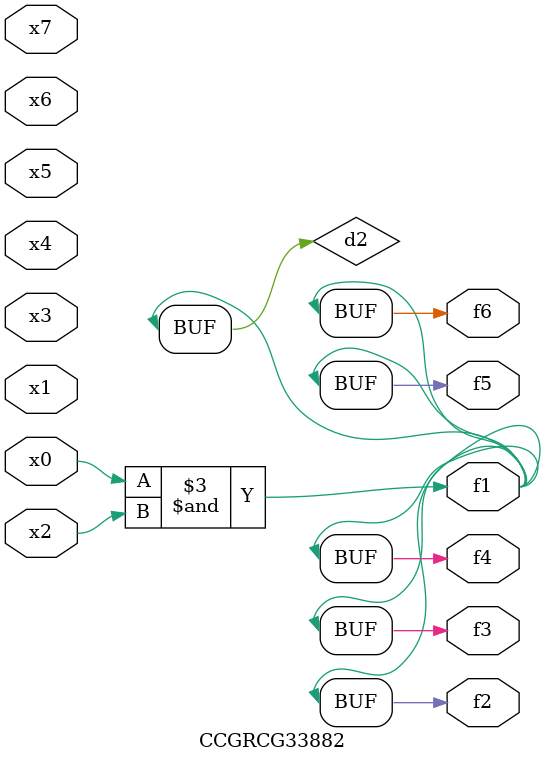
<source format=v>
module CCGRCG33882(
	input x0, x1, x2, x3, x4, x5, x6, x7,
	output f1, f2, f3, f4, f5, f6
);

	wire d1, d2;

	nor (d1, x3, x6);
	and (d2, x0, x2);
	assign f1 = d2;
	assign f2 = d2;
	assign f3 = d2;
	assign f4 = d2;
	assign f5 = d2;
	assign f6 = d2;
endmodule

</source>
